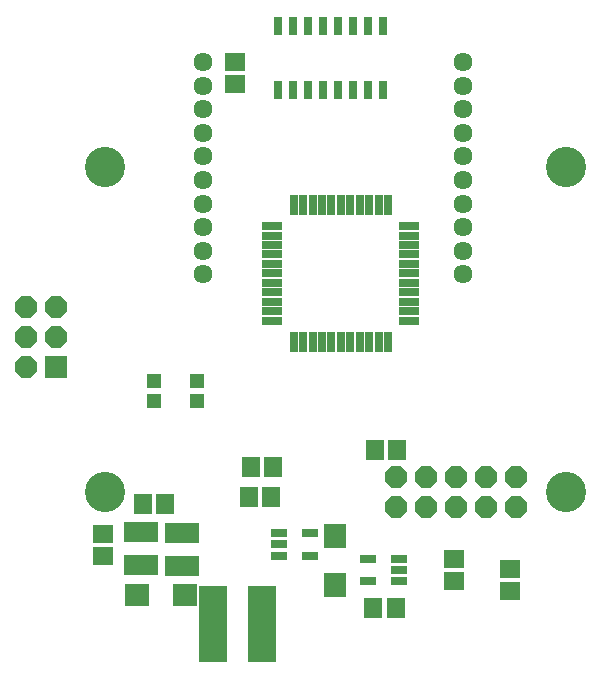
<source format=gbs>
G75*
G70*
%OFA0B0*%
%FSLAX24Y24*%
%IPPOS*%
%LPD*%
%AMOC8*
5,1,8,0,0,1.08239X$1,22.5*
%
%ADD10C,0.1340*%
%ADD11R,0.0552X0.0297*%
%ADD12R,0.0720X0.0720*%
%ADD13OC8,0.0720*%
%ADD14R,0.0671X0.0592*%
%ADD15R,0.0592X0.0671*%
%ADD16R,0.0946X0.2560*%
%ADD17R,0.1143X0.0710*%
%ADD18C,0.0635*%
%ADD19R,0.0316X0.0631*%
%ADD20R,0.0474X0.0513*%
%ADD21R,0.0671X0.0277*%
%ADD22R,0.0277X0.0671*%
%ADD23R,0.0749X0.0789*%
%ADD24R,0.0789X0.0749*%
D10*
X004862Y006830D03*
X004862Y017657D03*
X020216Y017657D03*
X020216Y006830D03*
D11*
X014653Y004602D03*
X014653Y004228D03*
X014653Y003854D03*
X013629Y003854D03*
X013629Y004602D03*
X011685Y004708D03*
X011685Y005456D03*
X010661Y005456D03*
X010661Y005082D03*
X010661Y004708D03*
D12*
X003220Y010996D03*
D13*
X003220Y011996D03*
X003220Y012996D03*
X002220Y012996D03*
X002220Y011996D03*
X002220Y010996D03*
X014547Y007330D03*
X014547Y006330D03*
X015547Y006330D03*
X015547Y007330D03*
X016547Y007330D03*
X016547Y006330D03*
X017547Y006330D03*
X018547Y006330D03*
X018547Y007330D03*
X017547Y007330D03*
D14*
X004779Y004696D03*
X004779Y005444D03*
X016472Y004598D03*
X016472Y003850D03*
X018362Y003515D03*
X018362Y004263D03*
X009189Y020425D03*
X009189Y021173D03*
D15*
X013850Y008232D03*
X014598Y008232D03*
X010464Y007681D03*
X009716Y007681D03*
X009653Y006669D03*
X010401Y006669D03*
X006862Y006440D03*
X006114Y006440D03*
X013791Y002976D03*
X014539Y002976D03*
D16*
X010078Y002417D03*
X008464Y002417D03*
D17*
X007409Y004377D03*
X007409Y005480D03*
X006055Y005511D03*
X006055Y004409D03*
D18*
X008129Y014082D03*
X008129Y014870D03*
X008129Y015657D03*
X008129Y016444D03*
X008129Y017232D03*
X008129Y018019D03*
X008129Y018807D03*
X008129Y019594D03*
X008129Y020381D03*
X008129Y021169D03*
X016791Y021169D03*
X016791Y020381D03*
X016791Y019594D03*
X016791Y018807D03*
X016791Y018019D03*
X016791Y017232D03*
X016791Y016444D03*
X016791Y015657D03*
X016791Y014870D03*
X016791Y014082D03*
D19*
X014104Y020242D03*
X013604Y020242D03*
X013104Y020242D03*
X012604Y020242D03*
X012104Y020242D03*
X011604Y020242D03*
X011104Y020242D03*
X010604Y020242D03*
X010604Y022379D03*
X011104Y022379D03*
X011604Y022379D03*
X012104Y022379D03*
X012604Y022379D03*
X013104Y022379D03*
X013604Y022379D03*
X014104Y022379D03*
D20*
X007909Y010543D03*
X007909Y009874D03*
X006500Y009870D03*
X006500Y010539D03*
D21*
X010433Y012547D03*
X010433Y012862D03*
X010433Y013177D03*
X010433Y013492D03*
X010433Y013807D03*
X010433Y014122D03*
X010433Y014437D03*
X010433Y014751D03*
X010433Y015066D03*
X010433Y015381D03*
X010433Y015696D03*
X015000Y015696D03*
X015000Y015381D03*
X015000Y015066D03*
X015000Y014751D03*
X015000Y014437D03*
X015000Y014122D03*
X015000Y013807D03*
X015000Y013492D03*
X015000Y013177D03*
X015000Y012862D03*
X015000Y012547D03*
D22*
X014291Y011838D03*
X013976Y011838D03*
X013661Y011838D03*
X013346Y011838D03*
X013031Y011838D03*
X012716Y011838D03*
X012401Y011838D03*
X012086Y011838D03*
X011771Y011838D03*
X011456Y011838D03*
X011141Y011838D03*
X011141Y016405D03*
X011456Y016405D03*
X011771Y016405D03*
X012086Y016405D03*
X012401Y016405D03*
X012716Y016405D03*
X013031Y016405D03*
X013346Y016405D03*
X013661Y016405D03*
X013976Y016405D03*
X014291Y016405D03*
D23*
X012507Y005358D03*
X012507Y003744D03*
D24*
X007523Y003397D03*
X005909Y003397D03*
M02*

</source>
